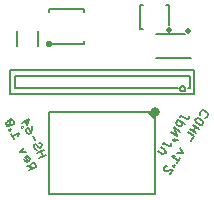
<source format=gbo>
G75*
%MOIN*%
%OFA0B0*%
%FSLAX25Y25*%
%IPPOS*%
%LPD*%
%AMOC8*
5,1,8,0,0,1.08239X$1,22.5*
%
%ADD10C,0.00600*%
%ADD11C,0.00500*%
%ADD12C,0.01969*%
%ADD13C,0.02227*%
%ADD14C,0.03150*%
%ADD15C,0.00394*%
D10*
X0035812Y0059807D02*
X0038141Y0060968D01*
X0037560Y0062132D01*
X0036978Y0062327D01*
X0036202Y0061940D01*
X0036008Y0061358D01*
X0036588Y0060194D01*
X0036201Y0060970D02*
X0035038Y0061359D01*
X0034885Y0062637D02*
X0034304Y0062832D01*
X0033917Y0063608D01*
X0034499Y0064383D02*
X0035273Y0062831D01*
X0034885Y0062637D02*
X0035661Y0063024D01*
X0035856Y0063606D01*
X0035469Y0064382D01*
X0034887Y0064577D01*
X0034499Y0064383D01*
X0034735Y0065855D02*
X0032795Y0065857D01*
X0033961Y0067407D01*
X0032105Y0071129D02*
X0032495Y0072292D01*
X0030166Y0071131D01*
X0029779Y0071907D02*
X0030553Y0070354D01*
X0029238Y0072991D02*
X0029045Y0073380D01*
X0029433Y0073573D01*
X0029626Y0073185D01*
X0029238Y0072991D01*
X0028969Y0074503D02*
X0028387Y0074698D01*
X0028000Y0075474D01*
X0028195Y0076056D01*
X0029747Y0076830D01*
X0028969Y0074503D01*
X0030522Y0075277D01*
X0030716Y0075859D01*
X0030329Y0076635D01*
X0029747Y0076830D01*
X0033282Y0075638D02*
X0035611Y0076799D01*
X0035027Y0075054D01*
X0034253Y0076607D01*
X0035179Y0073777D02*
X0034791Y0073583D01*
X0034597Y0073001D01*
X0034984Y0072225D01*
X0035565Y0072031D01*
X0036342Y0072418D01*
X0035761Y0073582D01*
X0035179Y0073777D01*
X0036731Y0073581D02*
X0036342Y0072418D01*
X0036882Y0071333D02*
X0037656Y0069781D01*
X0037809Y0068503D02*
X0037421Y0068309D01*
X0037226Y0067728D01*
X0037613Y0066951D01*
X0038195Y0066757D01*
X0038778Y0067532D02*
X0038391Y0068308D01*
X0037809Y0068503D01*
X0038973Y0069083D02*
X0039555Y0068889D01*
X0039942Y0068112D01*
X0039747Y0067531D01*
X0039359Y0067337D01*
X0038778Y0067532D01*
X0039512Y0066059D02*
X0040286Y0064507D01*
X0041450Y0065087D02*
X0039121Y0063926D01*
X0038347Y0065479D02*
X0040676Y0066640D01*
X0036731Y0073581D02*
X0036732Y0074551D01*
X0042183Y0101861D02*
X0053994Y0101861D01*
X0053994Y0103042D01*
X0053994Y0112491D02*
X0053994Y0113672D01*
X0042183Y0113672D01*
X0042183Y0112491D01*
X0042183Y0103042D02*
X0042183Y0101861D01*
X0078650Y0066144D02*
X0080105Y0065200D01*
X0081304Y0065455D01*
X0081049Y0066655D01*
X0079594Y0067599D01*
X0080254Y0068616D02*
X0080727Y0069343D01*
X0080491Y0068979D02*
X0082309Y0067798D01*
X0082909Y0067926D01*
X0083145Y0068290D01*
X0083018Y0068889D01*
X0083615Y0069809D02*
X0083852Y0070173D01*
X0084215Y0069937D01*
X0083979Y0069573D01*
X0083615Y0069809D01*
X0083979Y0069573D02*
X0085179Y0069828D01*
X0085111Y0071317D02*
X0082929Y0072734D01*
X0083874Y0074189D02*
X0085111Y0071317D01*
X0086056Y0072772D02*
X0083874Y0074189D01*
X0084898Y0074969D02*
X0085625Y0074497D01*
X0086225Y0074624D01*
X0086934Y0075715D01*
X0087661Y0075243D02*
X0085479Y0076660D01*
X0084770Y0075569D01*
X0084898Y0074969D01*
X0086139Y0077677D02*
X0086611Y0078404D01*
X0086375Y0078040D02*
X0088194Y0076859D01*
X0088793Y0076987D01*
X0089030Y0077350D01*
X0088902Y0077950D01*
X0090173Y0075076D02*
X0092355Y0073658D01*
X0092652Y0074911D02*
X0091197Y0075856D01*
X0091069Y0076456D01*
X0091542Y0077183D01*
X0092141Y0077311D01*
X0093596Y0076366D01*
X0093724Y0075766D01*
X0093252Y0075038D01*
X0092652Y0074911D01*
X0091264Y0074367D02*
X0090319Y0072912D01*
X0089228Y0073621D02*
X0091411Y0072203D01*
X0090751Y0071187D02*
X0089806Y0069732D01*
X0090751Y0071187D02*
X0088568Y0072604D01*
X0086086Y0067190D02*
X0087069Y0065517D01*
X0085141Y0065735D01*
X0084481Y0064719D02*
X0083281Y0064464D01*
X0085464Y0063046D01*
X0085936Y0063774D02*
X0084991Y0062319D01*
X0084331Y0061303D02*
X0084095Y0060939D01*
X0083731Y0061175D01*
X0083968Y0061539D01*
X0084331Y0061303D01*
X0083529Y0060067D02*
X0081129Y0059557D01*
X0080766Y0059793D01*
X0080638Y0060393D01*
X0081110Y0061121D01*
X0081710Y0061248D01*
X0083529Y0060067D02*
X0082584Y0058612D01*
X0094256Y0077382D02*
X0094856Y0077510D01*
X0095329Y0078237D01*
X0095201Y0078837D01*
X0093746Y0079782D01*
X0093146Y0079654D01*
X0092674Y0078927D01*
X0092801Y0078327D01*
D11*
X0090765Y0085247D02*
X0029348Y0085247D01*
X0029348Y0093121D01*
X0090765Y0093121D01*
X0090765Y0085247D01*
X0089191Y0087215D02*
X0088797Y0087215D01*
X0089191Y0087215D02*
X0089191Y0091152D01*
X0030923Y0091152D01*
X0030923Y0087215D01*
X0085254Y0087215D01*
X0086027Y0087002D02*
X0086029Y0087062D01*
X0086035Y0087121D01*
X0086045Y0087180D01*
X0086059Y0087238D01*
X0086076Y0087295D01*
X0086098Y0087351D01*
X0086123Y0087405D01*
X0086152Y0087458D01*
X0086184Y0087508D01*
X0086219Y0087556D01*
X0086258Y0087602D01*
X0086299Y0087645D01*
X0086344Y0087685D01*
X0086391Y0087722D01*
X0086440Y0087756D01*
X0086491Y0087786D01*
X0086545Y0087813D01*
X0086600Y0087836D01*
X0086656Y0087856D01*
X0086714Y0087872D01*
X0086772Y0087884D01*
X0086832Y0087892D01*
X0086891Y0087896D01*
X0086951Y0087896D01*
X0087010Y0087892D01*
X0087070Y0087884D01*
X0087128Y0087872D01*
X0087186Y0087856D01*
X0087242Y0087836D01*
X0087297Y0087813D01*
X0087351Y0087786D01*
X0087402Y0087756D01*
X0087451Y0087722D01*
X0087498Y0087685D01*
X0087543Y0087645D01*
X0087584Y0087602D01*
X0087623Y0087556D01*
X0087658Y0087508D01*
X0087690Y0087458D01*
X0087719Y0087405D01*
X0087744Y0087351D01*
X0087766Y0087295D01*
X0087783Y0087238D01*
X0087797Y0087180D01*
X0087807Y0087121D01*
X0087813Y0087062D01*
X0087815Y0087002D01*
X0087813Y0086942D01*
X0087807Y0086883D01*
X0087797Y0086824D01*
X0087783Y0086766D01*
X0087766Y0086709D01*
X0087744Y0086653D01*
X0087719Y0086599D01*
X0087690Y0086546D01*
X0087658Y0086496D01*
X0087623Y0086448D01*
X0087584Y0086402D01*
X0087543Y0086359D01*
X0087498Y0086319D01*
X0087451Y0086282D01*
X0087402Y0086248D01*
X0087351Y0086218D01*
X0087297Y0086191D01*
X0087242Y0086168D01*
X0087186Y0086148D01*
X0087128Y0086132D01*
X0087070Y0086120D01*
X0087010Y0086112D01*
X0086951Y0086108D01*
X0086891Y0086108D01*
X0086832Y0086112D01*
X0086772Y0086120D01*
X0086714Y0086132D01*
X0086656Y0086148D01*
X0086600Y0086168D01*
X0086545Y0086191D01*
X0086491Y0086218D01*
X0086440Y0086248D01*
X0086391Y0086282D01*
X0086344Y0086319D01*
X0086299Y0086359D01*
X0086258Y0086402D01*
X0086219Y0086448D01*
X0086184Y0086496D01*
X0086152Y0086546D01*
X0086123Y0086599D01*
X0086098Y0086653D01*
X0086076Y0086709D01*
X0086059Y0086766D01*
X0086045Y0086824D01*
X0086035Y0086883D01*
X0086029Y0086942D01*
X0086027Y0087002D01*
X0089728Y0097411D02*
X0077917Y0097411D01*
X0077917Y0105285D02*
X0087760Y0105285D01*
X0082183Y0108160D02*
X0082183Y0114853D01*
X0081395Y0114853D01*
X0073521Y0114853D02*
X0072734Y0114853D01*
X0072734Y0106979D01*
X0073521Y0106979D01*
X0075411Y0079341D02*
X0077773Y0079341D01*
X0077773Y0076979D01*
X0075411Y0079341D01*
X0075488Y0079265D02*
X0077773Y0079265D01*
X0077773Y0079341D02*
X0077773Y0051782D01*
X0042340Y0051782D01*
X0042340Y0079341D01*
X0077773Y0079341D01*
X0077773Y0078766D02*
X0075986Y0078766D01*
X0076485Y0078268D02*
X0077773Y0078268D01*
X0077773Y0077769D02*
X0076983Y0077769D01*
X0077482Y0077271D02*
X0077773Y0077271D01*
X0038521Y0101192D02*
X0038521Y0106310D01*
X0031828Y0106310D02*
X0031828Y0101192D01*
D12*
X0082183Y0106585D03*
X0088744Y0106269D03*
D13*
X0042183Y0101861D03*
D14*
X0077773Y0079341D03*
D15*
X0033026Y0074317D02*
X0033028Y0074350D01*
X0033034Y0074382D01*
X0033043Y0074414D01*
X0033057Y0074444D01*
X0033073Y0074472D01*
X0033093Y0074498D01*
X0033116Y0074522D01*
X0033142Y0074543D01*
X0033170Y0074560D01*
X0033200Y0074575D01*
X0033231Y0074585D01*
X0033263Y0074592D01*
X0033296Y0074595D01*
X0033329Y0074594D01*
X0033361Y0074589D01*
X0033393Y0074580D01*
X0033424Y0074568D01*
X0033452Y0074552D01*
X0033479Y0074533D01*
X0033503Y0074511D01*
X0033525Y0074486D01*
X0033543Y0074458D01*
X0033558Y0074429D01*
X0033570Y0074398D01*
X0033578Y0074366D01*
X0033582Y0074333D01*
X0033582Y0074301D01*
X0033578Y0074268D01*
X0033570Y0074236D01*
X0033558Y0074205D01*
X0033543Y0074176D01*
X0033525Y0074148D01*
X0033503Y0074123D01*
X0033479Y0074101D01*
X0033452Y0074082D01*
X0033424Y0074066D01*
X0033393Y0074054D01*
X0033361Y0074045D01*
X0033329Y0074040D01*
X0033296Y0074039D01*
X0033263Y0074042D01*
X0033231Y0074049D01*
X0033200Y0074059D01*
X0033170Y0074074D01*
X0033142Y0074091D01*
X0033116Y0074112D01*
X0033093Y0074136D01*
X0033073Y0074162D01*
X0033057Y0074190D01*
X0033043Y0074220D01*
X0033034Y0074252D01*
X0033028Y0074284D01*
X0033026Y0074317D01*
M02*

</source>
